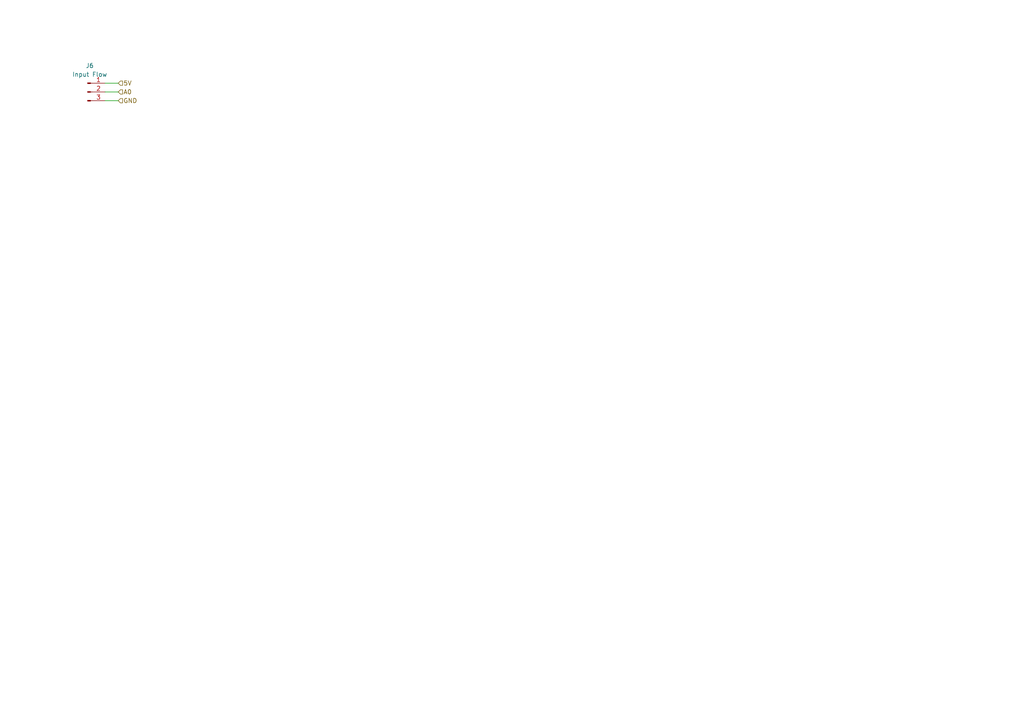
<source format=kicad_sch>
(kicad_sch (version 20231120) (generator "eeschema") (generator_version "8.0")
  (paper "A4")
  (lib_symbols
    (symbol "Connector:Conn_01x03_Pin" (pin_names (offset 1.016) hide)
      (property "Reference" "J" (at 0 5.08 0))
      (property "Value" "Conn_01x03_Pin" (at 0 -5.08 0))
      (symbol "Conn_01x03_Pin_1_1"
        (polyline (pts (xy 1.27 -2.54) (xy 0.8636 -2.54)) (stroke (width 0.1524)))
        (polyline (pts (xy 1.27 0) (xy 0.8636 0)) (stroke (width 0.1524)))
        (polyline (pts (xy 1.27 2.54) (xy 0.8636 2.54)) (stroke (width 0.1524)))
        (rectangle (start 0.8636 -2.413) (end 0 -2.667) (stroke (width 0.1524)) (fill (type outline)))
        (rectangle (start 0.8636 0.127) (end 0 -0.127) (stroke (width 0.1524)) (fill (type outline)))
        (rectangle (start 0.8636 2.667) (end 0 2.413) (stroke (width 0.1524)) (fill (type outline)))
        (pin passive line (at 5.08 2.54 180) (length 3.81) (name "Pin_1") (number "1"))
        (pin passive line (at 5.08 0 180) (length 3.81) (name "Pin_2") (number "2"))
        (pin passive line (at 5.08 -2.54 180) (length 3.81) (name "Pin_3") (number "3"))
      )
    )
  )
  (wire (pts (xy 30.48 24.13) (xy 34.29 24.13)))
  (wire (pts (xy 30.48 29.21) (xy 34.29 29.21)))
  (wire (pts (xy 30.48 26.67) (xy 34.29 26.67)))
  (hierarchical_label "GND" (shape input) (at 34.29 29.21 0))
  (hierarchical_label "5V" (shape input) (at 34.29 24.13 0))
  (hierarchical_label "A0" (shape input) (at 34.29 26.67 0))
  (symbol (lib_id "Connector:Conn_01x03_Pin") (at 25.4 26.67 0) (unit 1)
    (property "Reference" "J6" (at 26.035 19.05 0))
    (property "Value" "Input Flow" (at 26.035 21.59 0))
    (property "Footprint" "Connector_JST:JST_EH_B3B-EH-A_1x03_P2.50mm_Vertical" (effects (hide yes)))
    (property "Description" "Generic connector, single row, 01x03, script generated" (effects (hide yes)))
  )
)
</source>
